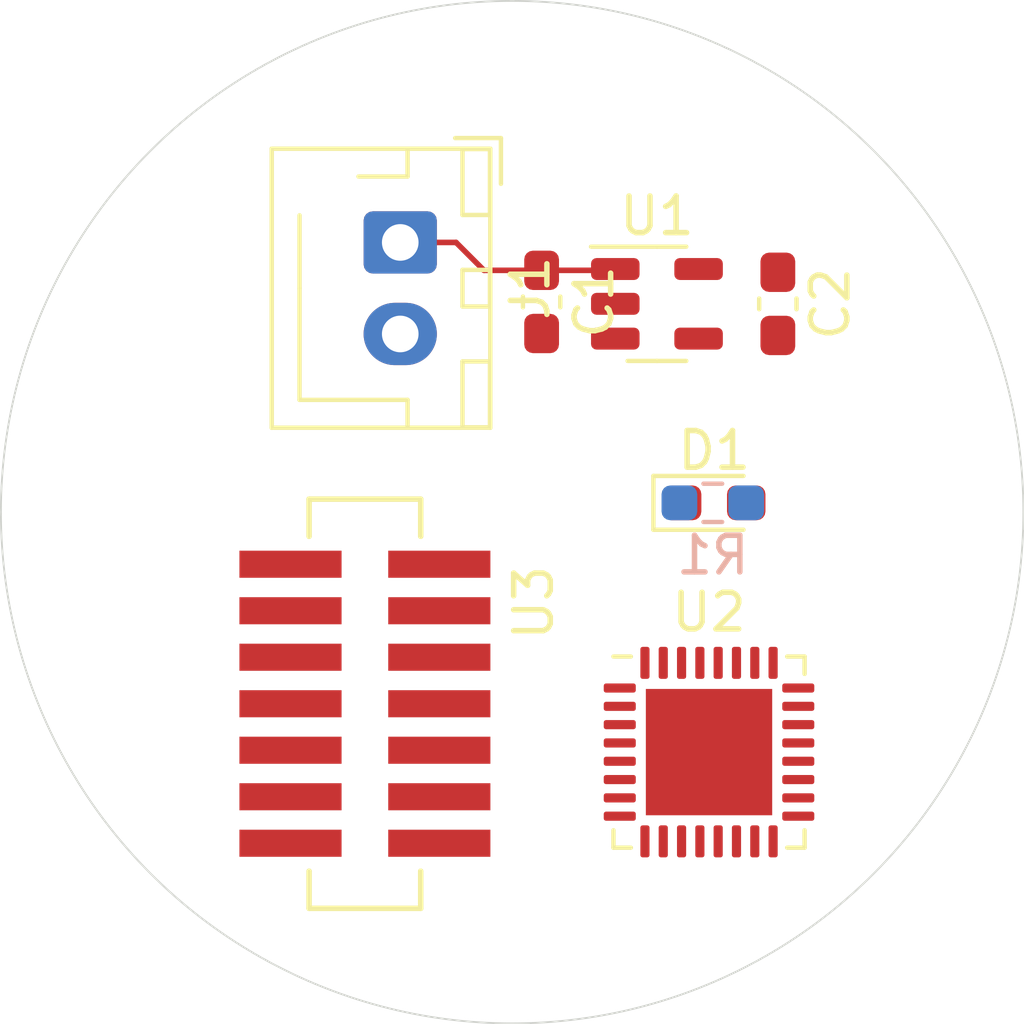
<source format=kicad_pcb>
(kicad_pcb (version 20171130) (host pcbnew 5.1.9-73d0e3b20d~88~ubuntu18.04.1)

  (general
    (thickness 1.6)
    (drawings 1)
    (tracks 5)
    (zones 0)
    (modules 8)
    (nets 37)
  )

  (page A4)
  (layers
    (0 F.Cu signal)
    (31 B.Cu signal)
    (32 B.Adhes user)
    (33 F.Adhes user)
    (34 B.Paste user)
    (35 F.Paste user)
    (36 B.SilkS user)
    (37 F.SilkS user)
    (38 B.Mask user)
    (39 F.Mask user)
    (40 Dwgs.User user)
    (41 Cmts.User user)
    (42 Eco1.User user)
    (43 Eco2.User user)
    (44 Edge.Cuts user)
    (45 Margin user)
    (46 B.CrtYd user)
    (47 F.CrtYd user)
    (48 B.Fab user)
    (49 F.Fab user)
  )

  (setup
    (last_trace_width 0.1524)
    (trace_clearance 0.1524)
    (zone_clearance 0.508)
    (zone_45_only no)
    (trace_min 0.1524)
    (via_size 0.508)
    (via_drill 0.381)
    (via_min_size 0.508)
    (via_min_drill 0.254)
    (uvia_size 0.3)
    (uvia_drill 0.1)
    (uvias_allowed no)
    (uvia_min_size 0.2)
    (uvia_min_drill 0.1)
    (edge_width 0.05)
    (segment_width 0.2)
    (pcb_text_width 0.3)
    (pcb_text_size 1.5 1.5)
    (mod_edge_width 0.12)
    (mod_text_size 1 1)
    (mod_text_width 0.15)
    (pad_size 1.524 1.524)
    (pad_drill 0.762)
    (pad_to_mask_clearance 0)
    (aux_axis_origin 0 0)
    (visible_elements FFFFFF7F)
    (pcbplotparams
      (layerselection 0x010fc_ffffffff)
      (usegerberextensions false)
      (usegerberattributes true)
      (usegerberadvancedattributes true)
      (creategerberjobfile true)
      (excludeedgelayer true)
      (linewidth 0.100000)
      (plotframeref false)
      (viasonmask false)
      (mode 1)
      (useauxorigin false)
      (hpglpennumber 1)
      (hpglpenspeed 20)
      (hpglpendiameter 15.000000)
      (psnegative false)
      (psa4output false)
      (plotreference true)
      (plotvalue true)
      (plotinvisibletext false)
      (padsonsilk false)
      (subtractmaskfromsilk false)
      (outputformat 1)
      (mirror false)
      (drillshape 1)
      (scaleselection 1)
      (outputdirectory ""))
  )

  (net 0 "")
  (net 1 "Net-(C1-Pad1)")
  (net 2 GND)
  (net 3 +3V3)
  (net 4 "Net-(D1-Pad1)")
  (net 5 "Net-(D1-Pad2)")
  (net 6 "Net-(U1-Pad4)")
  (net 7 "Net-(U2-Pad2)")
  (net 8 "Net-(U2-Pad3)")
  (net 9 /reset)
  (net 10 "Net-(U2-Pad7)")
  (net 11 /tx)
  (net 12 /rx)
  (net 13 "Net-(U2-Pad10)")
  (net 14 "Net-(U2-Pad11)")
  (net 15 "Net-(U2-Pad12)")
  (net 16 "Net-(U2-Pad13)")
  (net 17 "Net-(U2-Pad14)")
  (net 18 "Net-(U2-Pad15)")
  (net 19 "Net-(U2-Pad18)")
  (net 20 "Net-(U2-Pad19)")
  (net 21 "Net-(U2-Pad20)")
  (net 22 "Net-(U2-Pad21)")
  (net 23 "Net-(U2-Pad22)")
  (net 24 /swdio)
  (net 25 /swclk)
  (net 26 "Net-(U2-Pad25)")
  (net 27 /swo)
  (net 28 "Net-(U2-Pad27)")
  (net 29 "Net-(U2-Pad28)")
  (net 30 "Net-(U2-Pad29)")
  (net 31 "Net-(U2-Pad30)")
  (net 32 "Net-(U2-Pad31)")
  (net 33 "Net-(U3-Pad1)")
  (net 34 "Net-(U3-Pad2)")
  (net 35 "Net-(U3-Pad9)")
  (net 36 "Net-(U3-Pad10)")

  (net_class Default "This is the default net class."
    (clearance 0.1524)
    (trace_width 0.1524)
    (via_dia 0.508)
    (via_drill 0.381)
    (uvia_dia 0.3)
    (uvia_drill 0.1)
    (add_net +3V3)
    (add_net /reset)
    (add_net /rx)
    (add_net /swclk)
    (add_net /swdio)
    (add_net /swo)
    (add_net /tx)
    (add_net GND)
    (add_net "Net-(C1-Pad1)")
    (add_net "Net-(D1-Pad1)")
    (add_net "Net-(D1-Pad2)")
    (add_net "Net-(U1-Pad4)")
    (add_net "Net-(U2-Pad10)")
    (add_net "Net-(U2-Pad11)")
    (add_net "Net-(U2-Pad12)")
    (add_net "Net-(U2-Pad13)")
    (add_net "Net-(U2-Pad14)")
    (add_net "Net-(U2-Pad15)")
    (add_net "Net-(U2-Pad18)")
    (add_net "Net-(U2-Pad19)")
    (add_net "Net-(U2-Pad2)")
    (add_net "Net-(U2-Pad20)")
    (add_net "Net-(U2-Pad21)")
    (add_net "Net-(U2-Pad22)")
    (add_net "Net-(U2-Pad25)")
    (add_net "Net-(U2-Pad27)")
    (add_net "Net-(U2-Pad28)")
    (add_net "Net-(U2-Pad29)")
    (add_net "Net-(U2-Pad3)")
    (add_net "Net-(U2-Pad30)")
    (add_net "Net-(U2-Pad31)")
    (add_net "Net-(U2-Pad7)")
    (add_net "Net-(U3-Pad1)")
    (add_net "Net-(U3-Pad10)")
    (add_net "Net-(U3-Pad2)")
    (add_net "Net-(U3-Pad9)")
  )

  (module Capacitor_SMD:C_0603_1608Metric_Pad1.08x0.95mm_HandSolder (layer F.Cu) (tedit 5F68FEEF) (tstamp 605EB629)
    (at 134.874 86.2573 270)
    (descr "Capacitor SMD 0603 (1608 Metric), square (rectangular) end terminal, IPC_7351 nominal with elongated pad for handsoldering. (Body size source: IPC-SM-782 page 76, https://www.pcb-3d.com/wordpress/wp-content/uploads/ipc-sm-782a_amendment_1_and_2.pdf), generated with kicad-footprint-generator")
    (tags "capacitor handsolder")
    (path /605E3561)
    (attr smd)
    (fp_text reference C1 (at 0 -1.43 90) (layer F.SilkS)
      (effects (font (size 1 1) (thickness 0.15)))
    )
    (fp_text value 1uF (at 0 1.43 90) (layer F.Fab)
      (effects (font (size 1 1) (thickness 0.15)))
    )
    (fp_line (start 1.65 0.73) (end -1.65 0.73) (layer F.CrtYd) (width 0.05))
    (fp_line (start 1.65 -0.73) (end 1.65 0.73) (layer F.CrtYd) (width 0.05))
    (fp_line (start -1.65 -0.73) (end 1.65 -0.73) (layer F.CrtYd) (width 0.05))
    (fp_line (start -1.65 0.73) (end -1.65 -0.73) (layer F.CrtYd) (width 0.05))
    (fp_line (start -0.146267 0.51) (end 0.146267 0.51) (layer F.SilkS) (width 0.12))
    (fp_line (start -0.146267 -0.51) (end 0.146267 -0.51) (layer F.SilkS) (width 0.12))
    (fp_line (start 0.8 0.4) (end -0.8 0.4) (layer F.Fab) (width 0.1))
    (fp_line (start 0.8 -0.4) (end 0.8 0.4) (layer F.Fab) (width 0.1))
    (fp_line (start -0.8 -0.4) (end 0.8 -0.4) (layer F.Fab) (width 0.1))
    (fp_line (start -0.8 0.4) (end -0.8 -0.4) (layer F.Fab) (width 0.1))
    (fp_text user %R (at 0 0 90) (layer F.Fab)
      (effects (font (size 0.4 0.4) (thickness 0.06)))
    )
    (pad 1 smd roundrect (at -0.8625 0 270) (size 1.075 0.95) (layers F.Cu F.Paste F.Mask) (roundrect_rratio 0.25)
      (net 1 "Net-(C1-Pad1)"))
    (pad 2 smd roundrect (at 0.8625 0 270) (size 1.075 0.95) (layers F.Cu F.Paste F.Mask) (roundrect_rratio 0.25)
      (net 2 GND))
    (model ${KISYS3DMOD}/Capacitor_SMD.3dshapes/C_0603_1608Metric.wrl
      (at (xyz 0 0 0))
      (scale (xyz 1 1 1))
      (rotate (xyz 0 0 0))
    )
  )

  (module Capacitor_SMD:C_0603_1608Metric_Pad1.08x0.95mm_HandSolder (layer F.Cu) (tedit 5F68FEEF) (tstamp 605EBFEC)
    (at 141.3256 86.3103 270)
    (descr "Capacitor SMD 0603 (1608 Metric), square (rectangular) end terminal, IPC_7351 nominal with elongated pad for handsoldering. (Body size source: IPC-SM-782 page 76, https://www.pcb-3d.com/wordpress/wp-content/uploads/ipc-sm-782a_amendment_1_and_2.pdf), generated with kicad-footprint-generator")
    (tags "capacitor handsolder")
    (path /605E396E)
    (attr smd)
    (fp_text reference C2 (at 0 -1.43 90) (layer F.SilkS)
      (effects (font (size 1 1) (thickness 0.15)))
    )
    (fp_text value 1uF (at 0 1.43 90) (layer F.Fab)
      (effects (font (size 1 1) (thickness 0.15)))
    )
    (fp_text user %R (at 0 0 90) (layer F.Fab)
      (effects (font (size 0.4 0.4) (thickness 0.06)))
    )
    (fp_line (start -0.8 0.4) (end -0.8 -0.4) (layer F.Fab) (width 0.1))
    (fp_line (start -0.8 -0.4) (end 0.8 -0.4) (layer F.Fab) (width 0.1))
    (fp_line (start 0.8 -0.4) (end 0.8 0.4) (layer F.Fab) (width 0.1))
    (fp_line (start 0.8 0.4) (end -0.8 0.4) (layer F.Fab) (width 0.1))
    (fp_line (start -0.146267 -0.51) (end 0.146267 -0.51) (layer F.SilkS) (width 0.12))
    (fp_line (start -0.146267 0.51) (end 0.146267 0.51) (layer F.SilkS) (width 0.12))
    (fp_line (start -1.65 0.73) (end -1.65 -0.73) (layer F.CrtYd) (width 0.05))
    (fp_line (start -1.65 -0.73) (end 1.65 -0.73) (layer F.CrtYd) (width 0.05))
    (fp_line (start 1.65 -0.73) (end 1.65 0.73) (layer F.CrtYd) (width 0.05))
    (fp_line (start 1.65 0.73) (end -1.65 0.73) (layer F.CrtYd) (width 0.05))
    (pad 2 smd roundrect (at 0.8625 0 270) (size 1.075 0.95) (layers F.Cu F.Paste F.Mask) (roundrect_rratio 0.25)
      (net 2 GND))
    (pad 1 smd roundrect (at -0.8625 0 270) (size 1.075 0.95) (layers F.Cu F.Paste F.Mask) (roundrect_rratio 0.25)
      (net 3 +3V3))
    (model ${KISYS3DMOD}/Capacitor_SMD.3dshapes/C_0603_1608Metric.wrl
      (at (xyz 0 0 0))
      (scale (xyz 1 1 1))
      (rotate (xyz 0 0 0))
    )
  )

  (module LED_SMD:LED_0603_1608Metric_Pad1.05x0.95mm_HandSolder (layer F.Cu) (tedit 5F68FEF1) (tstamp 605EB64D)
    (at 139.587 91.7448)
    (descr "LED SMD 0603 (1608 Metric), square (rectangular) end terminal, IPC_7351 nominal, (Body size source: http://www.tortai-tech.com/upload/download/2011102023233369053.pdf), generated with kicad-footprint-generator")
    (tags "LED handsolder")
    (path /605FEEE1)
    (attr smd)
    (fp_text reference D1 (at 0 -1.43) (layer F.SilkS)
      (effects (font (size 1 1) (thickness 0.15)))
    )
    (fp_text value LED (at 0 1.43) (layer F.Fab)
      (effects (font (size 1 1) (thickness 0.15)))
    )
    (fp_line (start 1.65 0.73) (end -1.65 0.73) (layer F.CrtYd) (width 0.05))
    (fp_line (start 1.65 -0.73) (end 1.65 0.73) (layer F.CrtYd) (width 0.05))
    (fp_line (start -1.65 -0.73) (end 1.65 -0.73) (layer F.CrtYd) (width 0.05))
    (fp_line (start -1.65 0.73) (end -1.65 -0.73) (layer F.CrtYd) (width 0.05))
    (fp_line (start -1.66 0.735) (end 0.8 0.735) (layer F.SilkS) (width 0.12))
    (fp_line (start -1.66 -0.735) (end -1.66 0.735) (layer F.SilkS) (width 0.12))
    (fp_line (start 0.8 -0.735) (end -1.66 -0.735) (layer F.SilkS) (width 0.12))
    (fp_line (start 0.8 0.4) (end 0.8 -0.4) (layer F.Fab) (width 0.1))
    (fp_line (start -0.8 0.4) (end 0.8 0.4) (layer F.Fab) (width 0.1))
    (fp_line (start -0.8 -0.1) (end -0.8 0.4) (layer F.Fab) (width 0.1))
    (fp_line (start -0.5 -0.4) (end -0.8 -0.1) (layer F.Fab) (width 0.1))
    (fp_line (start 0.8 -0.4) (end -0.5 -0.4) (layer F.Fab) (width 0.1))
    (fp_text user %R (at 0 0) (layer F.Fab)
      (effects (font (size 0.4 0.4) (thickness 0.06)))
    )
    (pad 1 smd roundrect (at -0.875 0) (size 1.05 0.95) (layers F.Cu F.Paste F.Mask) (roundrect_rratio 0.25)
      (net 4 "Net-(D1-Pad1)"))
    (pad 2 smd roundrect (at 0.875 0) (size 1.05 0.95) (layers F.Cu F.Paste F.Mask) (roundrect_rratio 0.25)
      (net 5 "Net-(D1-Pad2)"))
    (model ${KISYS3DMOD}/LED_SMD.3dshapes/LED_0603_1608Metric.wrl
      (at (xyz 0 0 0))
      (scale (xyz 1 1 1))
      (rotate (xyz 0 0 0))
    )
  )

  (module Connector_JST:JST_XH_B2B-XH-AM_1x02_P2.50mm_Vertical (layer F.Cu) (tedit 5C28146E) (tstamp 605EB677)
    (at 131.0132 84.6328 270)
    (descr "JST XH series connector, B2B-XH-AM, with boss (http://www.jst-mfg.com/product/pdf/eng/eXH.pdf), generated with kicad-footprint-generator")
    (tags "connector JST XH vertical boss")
    (path /605E1725)
    (fp_text reference J1 (at 1.25 -3.55 90) (layer F.SilkS)
      (effects (font (size 1 1) (thickness 0.15)))
    )
    (fp_text value Conn_01x02_Male (at 1.25 4.6 90) (layer F.Fab)
      (effects (font (size 1 1) (thickness 0.15)))
    )
    (fp_line (start -2.85 -2.75) (end -2.85 -1.5) (layer F.SilkS) (width 0.12))
    (fp_line (start -1.6 -2.75) (end -2.85 -2.75) (layer F.SilkS) (width 0.12))
    (fp_line (start 4.3 2.75) (end 1.25 2.75) (layer F.SilkS) (width 0.12))
    (fp_line (start 4.3 -0.2) (end 4.3 2.75) (layer F.SilkS) (width 0.12))
    (fp_line (start 5.05 -0.2) (end 4.3 -0.2) (layer F.SilkS) (width 0.12))
    (fp_line (start 1.25 2.75) (end -0.74 2.75) (layer F.SilkS) (width 0.12))
    (fp_line (start -1.8 -0.2) (end -1.8 1.14) (layer F.SilkS) (width 0.12))
    (fp_line (start -2.55 -0.2) (end -1.8 -0.2) (layer F.SilkS) (width 0.12))
    (fp_line (start 5.05 -2.45) (end 3.25 -2.45) (layer F.SilkS) (width 0.12))
    (fp_line (start 5.05 -1.7) (end 5.05 -2.45) (layer F.SilkS) (width 0.12))
    (fp_line (start 3.25 -1.7) (end 5.05 -1.7) (layer F.SilkS) (width 0.12))
    (fp_line (start 3.25 -2.45) (end 3.25 -1.7) (layer F.SilkS) (width 0.12))
    (fp_line (start -0.75 -2.45) (end -2.55 -2.45) (layer F.SilkS) (width 0.12))
    (fp_line (start -0.75 -1.7) (end -0.75 -2.45) (layer F.SilkS) (width 0.12))
    (fp_line (start -2.55 -1.7) (end -0.75 -1.7) (layer F.SilkS) (width 0.12))
    (fp_line (start -2.55 -2.45) (end -2.55 -1.7) (layer F.SilkS) (width 0.12))
    (fp_line (start 1.75 -2.45) (end 0.75 -2.45) (layer F.SilkS) (width 0.12))
    (fp_line (start 1.75 -1.7) (end 1.75 -2.45) (layer F.SilkS) (width 0.12))
    (fp_line (start 0.75 -1.7) (end 1.75 -1.7) (layer F.SilkS) (width 0.12))
    (fp_line (start 0.75 -2.45) (end 0.75 -1.7) (layer F.SilkS) (width 0.12))
    (fp_line (start 0 -1.35) (end 0.625 -2.35) (layer F.Fab) (width 0.1))
    (fp_line (start -0.625 -2.35) (end 0 -1.35) (layer F.Fab) (width 0.1))
    (fp_line (start 5.45 -2.85) (end -2.95 -2.85) (layer F.CrtYd) (width 0.05))
    (fp_line (start 5.45 3.9) (end 5.45 -2.85) (layer F.CrtYd) (width 0.05))
    (fp_line (start -2.95 3.9) (end 5.45 3.9) (layer F.CrtYd) (width 0.05))
    (fp_line (start -2.95 -2.85) (end -2.95 3.9) (layer F.CrtYd) (width 0.05))
    (fp_line (start 5.06 -2.46) (end -2.56 -2.46) (layer F.SilkS) (width 0.12))
    (fp_line (start 5.06 3.51) (end 5.06 -2.46) (layer F.SilkS) (width 0.12))
    (fp_line (start -2.56 3.51) (end 5.06 3.51) (layer F.SilkS) (width 0.12))
    (fp_line (start -2.56 -2.46) (end -2.56 3.51) (layer F.SilkS) (width 0.12))
    (fp_line (start 4.95 -2.35) (end -2.45 -2.35) (layer F.Fab) (width 0.1))
    (fp_line (start 4.95 3.4) (end 4.95 -2.35) (layer F.Fab) (width 0.1))
    (fp_line (start -2.45 3.4) (end 4.95 3.4) (layer F.Fab) (width 0.1))
    (fp_line (start -2.45 -2.35) (end -2.45 3.4) (layer F.Fab) (width 0.1))
    (fp_text user %R (at 1.25 2.7 90) (layer F.Fab)
      (effects (font (size 1 1) (thickness 0.15)))
    )
    (pad 1 thru_hole roundrect (at 0 0 270) (size 1.7 2) (drill 1) (layers *.Cu *.Mask) (roundrect_rratio 0.147059)
      (net 1 "Net-(C1-Pad1)"))
    (pad 2 thru_hole oval (at 2.5 0 270) (size 1.7 2) (drill 1) (layers *.Cu *.Mask)
      (net 2 GND))
    (pad "" np_thru_hole circle (at -1.6 2 270) (size 1.2 1.2) (drill 1.2) (layers *.Cu *.Mask))
    (model ${KISYS3DMOD}/Connector_JST.3dshapes/JST_XH_B2B-XH-AM_1x02_P2.50mm_Vertical.wrl
      (at (xyz 0 0 0))
      (scale (xyz 1 1 1))
      (rotate (xyz 0 0 0))
    )
  )

  (module Resistor_SMD:R_0603_1608Metric_Pad0.98x0.95mm_HandSolder (layer B.Cu) (tedit 5F68FEEE) (tstamp 605EB688)
    (at 139.5495 91.7448)
    (descr "Resistor SMD 0603 (1608 Metric), square (rectangular) end terminal, IPC_7351 nominal with elongated pad for handsoldering. (Body size source: IPC-SM-782 page 72, https://www.pcb-3d.com/wordpress/wp-content/uploads/ipc-sm-782a_amendment_1_and_2.pdf), generated with kicad-footprint-generator")
    (tags "resistor handsolder")
    (path /60600555)
    (attr smd)
    (fp_text reference R1 (at 0 1.43) (layer B.SilkS)
      (effects (font (size 1 1) (thickness 0.15)) (justify mirror))
    )
    (fp_text value 470 (at 0 -1.43) (layer B.Fab)
      (effects (font (size 1 1) (thickness 0.15)) (justify mirror))
    )
    (fp_line (start 1.65 -0.73) (end -1.65 -0.73) (layer B.CrtYd) (width 0.05))
    (fp_line (start 1.65 0.73) (end 1.65 -0.73) (layer B.CrtYd) (width 0.05))
    (fp_line (start -1.65 0.73) (end 1.65 0.73) (layer B.CrtYd) (width 0.05))
    (fp_line (start -1.65 -0.73) (end -1.65 0.73) (layer B.CrtYd) (width 0.05))
    (fp_line (start -0.254724 -0.5225) (end 0.254724 -0.5225) (layer B.SilkS) (width 0.12))
    (fp_line (start -0.254724 0.5225) (end 0.254724 0.5225) (layer B.SilkS) (width 0.12))
    (fp_line (start 0.8 -0.4125) (end -0.8 -0.4125) (layer B.Fab) (width 0.1))
    (fp_line (start 0.8 0.4125) (end 0.8 -0.4125) (layer B.Fab) (width 0.1))
    (fp_line (start -0.8 0.4125) (end 0.8 0.4125) (layer B.Fab) (width 0.1))
    (fp_line (start -0.8 -0.4125) (end -0.8 0.4125) (layer B.Fab) (width 0.1))
    (fp_text user %R (at 0 0) (layer B.Fab)
      (effects (font (size 0.4 0.4) (thickness 0.06)) (justify mirror))
    )
    (pad 1 smd roundrect (at -0.9125 0) (size 0.975 0.95) (layers B.Cu B.Paste B.Mask) (roundrect_rratio 0.25)
      (net 3 +3V3))
    (pad 2 smd roundrect (at 0.9125 0) (size 0.975 0.95) (layers B.Cu B.Paste B.Mask) (roundrect_rratio 0.25)
      (net 5 "Net-(D1-Pad2)"))
    (model ${KISYS3DMOD}/Resistor_SMD.3dshapes/R_0603_1608Metric.wrl
      (at (xyz 0 0 0))
      (scale (xyz 1 1 1))
      (rotate (xyz 0 0 0))
    )
  )

  (module Package_TO_SOT_SMD:SOT-23-5 (layer F.Cu) (tedit 5F6F9B37) (tstamp 605EBDCA)
    (at 138.0236 86.3092)
    (descr "SOT, 5 Pin (https://www.jedec.org/sites/default/files/docs/Mo-178c.PDF variant AA), generated with kicad-footprint-generator ipc_gullwing_generator.py")
    (tags "SOT TO_SOT_SMD")
    (path /605E0C00)
    (attr smd)
    (fp_text reference U1 (at 0 -2.4) (layer F.SilkS)
      (effects (font (size 1 1) (thickness 0.15)))
    )
    (fp_text value TPS76933 (at 0 2.4) (layer F.Fab)
      (effects (font (size 1 1) (thickness 0.15)))
    )
    (fp_line (start 2.05 -1.7) (end -2.05 -1.7) (layer F.CrtYd) (width 0.05))
    (fp_line (start 2.05 1.7) (end 2.05 -1.7) (layer F.CrtYd) (width 0.05))
    (fp_line (start -2.05 1.7) (end 2.05 1.7) (layer F.CrtYd) (width 0.05))
    (fp_line (start -2.05 -1.7) (end -2.05 1.7) (layer F.CrtYd) (width 0.05))
    (fp_line (start -0.8 -1.05) (end -0.4 -1.45) (layer F.Fab) (width 0.1))
    (fp_line (start -0.8 1.45) (end -0.8 -1.05) (layer F.Fab) (width 0.1))
    (fp_line (start 0.8 1.45) (end -0.8 1.45) (layer F.Fab) (width 0.1))
    (fp_line (start 0.8 -1.45) (end 0.8 1.45) (layer F.Fab) (width 0.1))
    (fp_line (start -0.4 -1.45) (end 0.8 -1.45) (layer F.Fab) (width 0.1))
    (fp_line (start 0 -1.56) (end -1.8 -1.56) (layer F.SilkS) (width 0.12))
    (fp_line (start 0 -1.56) (end 0.8 -1.56) (layer F.SilkS) (width 0.12))
    (fp_line (start 0 1.56) (end -0.8 1.56) (layer F.SilkS) (width 0.12))
    (fp_line (start 0 1.56) (end 0.8 1.56) (layer F.SilkS) (width 0.12))
    (fp_text user %R (at 0 0) (layer F.Fab)
      (effects (font (size 0.4 0.4) (thickness 0.06)))
    )
    (pad 1 smd roundrect (at -1.1375 -0.95) (size 1.325 0.6) (layers F.Cu F.Paste F.Mask) (roundrect_rratio 0.25)
      (net 1 "Net-(C1-Pad1)"))
    (pad 2 smd roundrect (at -1.1375 0) (size 1.325 0.6) (layers F.Cu F.Paste F.Mask) (roundrect_rratio 0.25)
      (net 2 GND))
    (pad 3 smd roundrect (at -1.1375 0.95) (size 1.325 0.6) (layers F.Cu F.Paste F.Mask) (roundrect_rratio 0.25)
      (net 2 GND))
    (pad 4 smd roundrect (at 1.1375 0.95) (size 1.325 0.6) (layers F.Cu F.Paste F.Mask) (roundrect_rratio 0.25)
      (net 6 "Net-(U1-Pad4)"))
    (pad 5 smd roundrect (at 1.1375 -0.95) (size 1.325 0.6) (layers F.Cu F.Paste F.Mask) (roundrect_rratio 0.25)
      (net 3 +3V3))
    (model ${KISYS3DMOD}/Package_TO_SOT_SMD.3dshapes/SOT-23-5.wrl
      (at (xyz 0 0 0))
      (scale (xyz 1 1 1))
      (rotate (xyz 0 0 0))
    )
  )

  (module Package_DFN_QFN:QFN-32-1EP_5x5mm_P0.5mm_EP3.45x3.45mm (layer F.Cu) (tedit 5DC5F6A4) (tstamp 605EB6DE)
    (at 139.446 98.552)
    (descr "QFN, 32 Pin (http://www.analog.com/media/en/package-pcb-resources/package/pkg_pdf/ltc-legacy-qfn/QFN_32_05-08-1693.pdf), generated with kicad-footprint-generator ipc_noLead_generator.py")
    (tags "QFN NoLead")
    (path /605DEE8D)
    (attr smd)
    (fp_text reference U2 (at 0 -3.82) (layer F.SilkS)
      (effects (font (size 1 1) (thickness 0.15)))
    )
    (fp_text value STM32L432KCUx (at 0 3.82) (layer F.Fab)
      (effects (font (size 1 1) (thickness 0.15)))
    )
    (fp_line (start 3.12 -3.12) (end -3.12 -3.12) (layer F.CrtYd) (width 0.05))
    (fp_line (start 3.12 3.12) (end 3.12 -3.12) (layer F.CrtYd) (width 0.05))
    (fp_line (start -3.12 3.12) (end 3.12 3.12) (layer F.CrtYd) (width 0.05))
    (fp_line (start -3.12 -3.12) (end -3.12 3.12) (layer F.CrtYd) (width 0.05))
    (fp_line (start -2.5 -1.5) (end -1.5 -2.5) (layer F.Fab) (width 0.1))
    (fp_line (start -2.5 2.5) (end -2.5 -1.5) (layer F.Fab) (width 0.1))
    (fp_line (start 2.5 2.5) (end -2.5 2.5) (layer F.Fab) (width 0.1))
    (fp_line (start 2.5 -2.5) (end 2.5 2.5) (layer F.Fab) (width 0.1))
    (fp_line (start -1.5 -2.5) (end 2.5 -2.5) (layer F.Fab) (width 0.1))
    (fp_line (start -2.135 -2.61) (end -2.61 -2.61) (layer F.SilkS) (width 0.12))
    (fp_line (start 2.61 2.61) (end 2.61 2.135) (layer F.SilkS) (width 0.12))
    (fp_line (start 2.135 2.61) (end 2.61 2.61) (layer F.SilkS) (width 0.12))
    (fp_line (start -2.61 2.61) (end -2.61 2.135) (layer F.SilkS) (width 0.12))
    (fp_line (start -2.135 2.61) (end -2.61 2.61) (layer F.SilkS) (width 0.12))
    (fp_line (start 2.61 -2.61) (end 2.61 -2.135) (layer F.SilkS) (width 0.12))
    (fp_line (start 2.135 -2.61) (end 2.61 -2.61) (layer F.SilkS) (width 0.12))
    (fp_text user %R (at 0 0) (layer F.Fab)
      (effects (font (size 1 1) (thickness 0.15)))
    )
    (pad 1 smd roundrect (at -2.4375 -1.75) (size 0.875 0.25) (layers F.Cu F.Paste F.Mask) (roundrect_rratio 0.25)
      (net 3 +3V3))
    (pad 2 smd roundrect (at -2.4375 -1.25) (size 0.875 0.25) (layers F.Cu F.Paste F.Mask) (roundrect_rratio 0.25)
      (net 7 "Net-(U2-Pad2)"))
    (pad 3 smd roundrect (at -2.4375 -0.75) (size 0.875 0.25) (layers F.Cu F.Paste F.Mask) (roundrect_rratio 0.25)
      (net 8 "Net-(U2-Pad3)"))
    (pad 4 smd roundrect (at -2.4375 -0.25) (size 0.875 0.25) (layers F.Cu F.Paste F.Mask) (roundrect_rratio 0.25)
      (net 9 /reset))
    (pad 5 smd roundrect (at -2.4375 0.25) (size 0.875 0.25) (layers F.Cu F.Paste F.Mask) (roundrect_rratio 0.25)
      (net 3 +3V3))
    (pad 6 smd roundrect (at -2.4375 0.75) (size 0.875 0.25) (layers F.Cu F.Paste F.Mask) (roundrect_rratio 0.25)
      (net 4 "Net-(D1-Pad1)"))
    (pad 7 smd roundrect (at -2.4375 1.25) (size 0.875 0.25) (layers F.Cu F.Paste F.Mask) (roundrect_rratio 0.25)
      (net 10 "Net-(U2-Pad7)"))
    (pad 8 smd roundrect (at -2.4375 1.75) (size 0.875 0.25) (layers F.Cu F.Paste F.Mask) (roundrect_rratio 0.25)
      (net 11 /tx))
    (pad 9 smd roundrect (at -1.75 2.4375) (size 0.25 0.875) (layers F.Cu F.Paste F.Mask) (roundrect_rratio 0.25)
      (net 12 /rx))
    (pad 10 smd roundrect (at -1.25 2.4375) (size 0.25 0.875) (layers F.Cu F.Paste F.Mask) (roundrect_rratio 0.25)
      (net 13 "Net-(U2-Pad10)"))
    (pad 11 smd roundrect (at -0.75 2.4375) (size 0.25 0.875) (layers F.Cu F.Paste F.Mask) (roundrect_rratio 0.25)
      (net 14 "Net-(U2-Pad11)"))
    (pad 12 smd roundrect (at -0.25 2.4375) (size 0.25 0.875) (layers F.Cu F.Paste F.Mask) (roundrect_rratio 0.25)
      (net 15 "Net-(U2-Pad12)"))
    (pad 13 smd roundrect (at 0.25 2.4375) (size 0.25 0.875) (layers F.Cu F.Paste F.Mask) (roundrect_rratio 0.25)
      (net 16 "Net-(U2-Pad13)"))
    (pad 14 smd roundrect (at 0.75 2.4375) (size 0.25 0.875) (layers F.Cu F.Paste F.Mask) (roundrect_rratio 0.25)
      (net 17 "Net-(U2-Pad14)"))
    (pad 15 smd roundrect (at 1.25 2.4375) (size 0.25 0.875) (layers F.Cu F.Paste F.Mask) (roundrect_rratio 0.25)
      (net 18 "Net-(U2-Pad15)"))
    (pad 16 smd roundrect (at 1.75 2.4375) (size 0.25 0.875) (layers F.Cu F.Paste F.Mask) (roundrect_rratio 0.25)
      (net 2 GND))
    (pad 17 smd roundrect (at 2.4375 1.75) (size 0.875 0.25) (layers F.Cu F.Paste F.Mask) (roundrect_rratio 0.25)
      (net 3 +3V3))
    (pad 18 smd roundrect (at 2.4375 1.25) (size 0.875 0.25) (layers F.Cu F.Paste F.Mask) (roundrect_rratio 0.25)
      (net 19 "Net-(U2-Pad18)"))
    (pad 19 smd roundrect (at 2.4375 0.75) (size 0.875 0.25) (layers F.Cu F.Paste F.Mask) (roundrect_rratio 0.25)
      (net 20 "Net-(U2-Pad19)"))
    (pad 20 smd roundrect (at 2.4375 0.25) (size 0.875 0.25) (layers F.Cu F.Paste F.Mask) (roundrect_rratio 0.25)
      (net 21 "Net-(U2-Pad20)"))
    (pad 21 smd roundrect (at 2.4375 -0.25) (size 0.875 0.25) (layers F.Cu F.Paste F.Mask) (roundrect_rratio 0.25)
      (net 22 "Net-(U2-Pad21)"))
    (pad 22 smd roundrect (at 2.4375 -0.75) (size 0.875 0.25) (layers F.Cu F.Paste F.Mask) (roundrect_rratio 0.25)
      (net 23 "Net-(U2-Pad22)"))
    (pad 23 smd roundrect (at 2.4375 -1.25) (size 0.875 0.25) (layers F.Cu F.Paste F.Mask) (roundrect_rratio 0.25)
      (net 24 /swdio))
    (pad 24 smd roundrect (at 2.4375 -1.75) (size 0.875 0.25) (layers F.Cu F.Paste F.Mask) (roundrect_rratio 0.25)
      (net 25 /swclk))
    (pad 25 smd roundrect (at 1.75 -2.4375) (size 0.25 0.875) (layers F.Cu F.Paste F.Mask) (roundrect_rratio 0.25)
      (net 26 "Net-(U2-Pad25)"))
    (pad 26 smd roundrect (at 1.25 -2.4375) (size 0.25 0.875) (layers F.Cu F.Paste F.Mask) (roundrect_rratio 0.25)
      (net 27 /swo))
    (pad 27 smd roundrect (at 0.75 -2.4375) (size 0.25 0.875) (layers F.Cu F.Paste F.Mask) (roundrect_rratio 0.25)
      (net 28 "Net-(U2-Pad27)"))
    (pad 28 smd roundrect (at 0.25 -2.4375) (size 0.25 0.875) (layers F.Cu F.Paste F.Mask) (roundrect_rratio 0.25)
      (net 29 "Net-(U2-Pad28)"))
    (pad 29 smd roundrect (at -0.25 -2.4375) (size 0.25 0.875) (layers F.Cu F.Paste F.Mask) (roundrect_rratio 0.25)
      (net 30 "Net-(U2-Pad29)"))
    (pad 30 smd roundrect (at -0.75 -2.4375) (size 0.25 0.875) (layers F.Cu F.Paste F.Mask) (roundrect_rratio 0.25)
      (net 31 "Net-(U2-Pad30)"))
    (pad 31 smd roundrect (at -1.25 -2.4375) (size 0.25 0.875) (layers F.Cu F.Paste F.Mask) (roundrect_rratio 0.25)
      (net 32 "Net-(U2-Pad31)"))
    (pad 32 smd roundrect (at -1.75 -2.4375) (size 0.25 0.875) (layers F.Cu F.Paste F.Mask) (roundrect_rratio 0.25)
      (net 2 GND))
    (pad 33 smd rect (at 0 0) (size 3.45 3.45) (layers F.Cu F.Mask)
      (net 2 GND))
    (pad "" smd roundrect (at -1.15 -1.15) (size 0.93 0.93) (layers F.Paste) (roundrect_rratio 0.25))
    (pad "" smd roundrect (at -1.15 0) (size 0.93 0.93) (layers F.Paste) (roundrect_rratio 0.25))
    (pad "" smd roundrect (at -1.15 1.15) (size 0.93 0.93) (layers F.Paste) (roundrect_rratio 0.25))
    (pad "" smd roundrect (at 0 -1.15) (size 0.93 0.93) (layers F.Paste) (roundrect_rratio 0.25))
    (pad "" smd roundrect (at 0 0) (size 0.93 0.93) (layers F.Paste) (roundrect_rratio 0.25))
    (pad "" smd roundrect (at 0 1.15) (size 0.93 0.93) (layers F.Paste) (roundrect_rratio 0.25))
    (pad "" smd roundrect (at 1.15 -1.15) (size 0.93 0.93) (layers F.Paste) (roundrect_rratio 0.25))
    (pad "" smd roundrect (at 1.15 0) (size 0.93 0.93) (layers F.Paste) (roundrect_rratio 0.25))
    (pad "" smd roundrect (at 1.15 1.15) (size 0.93 0.93) (layers F.Paste) (roundrect_rratio 0.25))
    (model ${KISYS3DMOD}/Package_DFN_QFN.3dshapes/QFN-32-1EP_5x5mm_P0.5mm_EP3.45x3.45mm.wrl
      (at (xyz 0 0 0))
      (scale (xyz 1 1 1))
      (rotate (xyz 0 0 0))
    )
  )

  (module e314-2020:ftsh_14p_connector (layer F.Cu) (tedit 5C7B1BAD) (tstamp 605EB6F6)
    (at 130.048 97.2312 270)
    (path /60632473)
    (fp_text reference U3 (at -2.75844 -4.60756 90) (layer F.SilkS)
      (effects (font (size 1 1) (thickness 0.15)))
    )
    (fp_text value STDC14 (at 0 -7 90) (layer F.Fab)
      (effects (font (size 1 1) (thickness 0.15)))
    )
    (fp_line (start 5.588 1.524) (end 4.572 1.524) (layer F.SilkS) (width 0.15))
    (fp_line (start 5.588 -1.524) (end 5.588 1.524) (layer F.SilkS) (width 0.15))
    (fp_line (start 4.572 -1.524) (end 5.588 -1.524) (layer F.SilkS) (width 0.15))
    (fp_line (start -5.588 1.524) (end -4.572 1.524) (layer F.SilkS) (width 0.15))
    (fp_line (start -5.588 -1.524) (end -5.588 1.524) (layer F.SilkS) (width 0.15))
    (fp_line (start -4.572 -1.524) (end -5.588 -1.524) (layer F.SilkS) (width 0.15))
    (pad 1 smd rect (at -3.81 2.032 270) (size 0.74 2.79) (layers F.Cu F.Paste F.Mask)
      (net 33 "Net-(U3-Pad1)"))
    (pad 2 smd rect (at -3.81 -2.032 270) (size 0.74 2.79) (layers F.Cu F.Paste F.Mask)
      (net 34 "Net-(U3-Pad2)"))
    (pad 3 smd rect (at -2.54 2.032 270) (size 0.74 2.79) (layers F.Cu F.Paste F.Mask)
      (net 3 +3V3))
    (pad 4 smd rect (at -2.54 -2.032 270) (size 0.74 2.79) (layers F.Cu F.Paste F.Mask)
      (net 24 /swdio))
    (pad 5 smd rect (at -1.27 2.032 270) (size 0.74 2.79) (layers F.Cu F.Paste F.Mask)
      (net 2 GND))
    (pad 6 smd rect (at -1.27 -2.032 270) (size 0.74 2.79) (layers F.Cu F.Paste F.Mask)
      (net 25 /swclk))
    (pad 7 smd rect (at 0 2.032 270) (size 0.74 2.79) (layers F.Cu F.Paste F.Mask)
      (net 2 GND))
    (pad 8 smd rect (at 0 -2.032 270) (size 0.74 2.79) (layers F.Cu F.Paste F.Mask)
      (net 27 /swo))
    (pad 9 smd rect (at 1.27 2.032 270) (size 0.74 2.79) (layers F.Cu F.Paste F.Mask)
      (net 35 "Net-(U3-Pad9)"))
    (pad 10 smd rect (at 1.27 -2.032 270) (size 0.74 2.79) (layers F.Cu F.Paste F.Mask)
      (net 36 "Net-(U3-Pad10)"))
    (pad 11 smd rect (at 2.54 2.032 270) (size 0.74 2.79) (layers F.Cu F.Paste F.Mask)
      (net 2 GND))
    (pad 12 smd rect (at 2.54 -2.032 270) (size 0.74 2.79) (layers F.Cu F.Paste F.Mask)
      (net 9 /reset))
    (pad 13 smd rect (at 3.81 2.032 270) (size 0.74 2.79) (layers F.Cu F.Paste F.Mask)
      (net 11 /tx))
    (pad 14 smd rect (at 3.81 -2.032 270) (size 0.74 2.79) (layers F.Cu F.Paste F.Mask)
      (net 12 /rx))
  )

  (gr_circle (center 134.069423 91.9988) (end 121.064623 86.9188) (layer Edge.Cuts) (width 0.05))

  (segment (start 131.0132 84.6328) (end 132.5372 84.6328) (width 0.1524) (layer F.Cu) (net 1))
  (segment (start 133.2992 85.3948) (end 134.874 85.3948) (width 0.1524) (layer F.Cu) (net 1))
  (segment (start 132.5372 84.6328) (end 133.2992 85.3948) (width 0.1524) (layer F.Cu) (net 1))
  (segment (start 136.8505 85.3948) (end 136.8861 85.3592) (width 0.1524) (layer F.Cu) (net 1))
  (segment (start 134.874 85.3948) (end 136.8505 85.3948) (width 0.1524) (layer F.Cu) (net 1))

)

</source>
